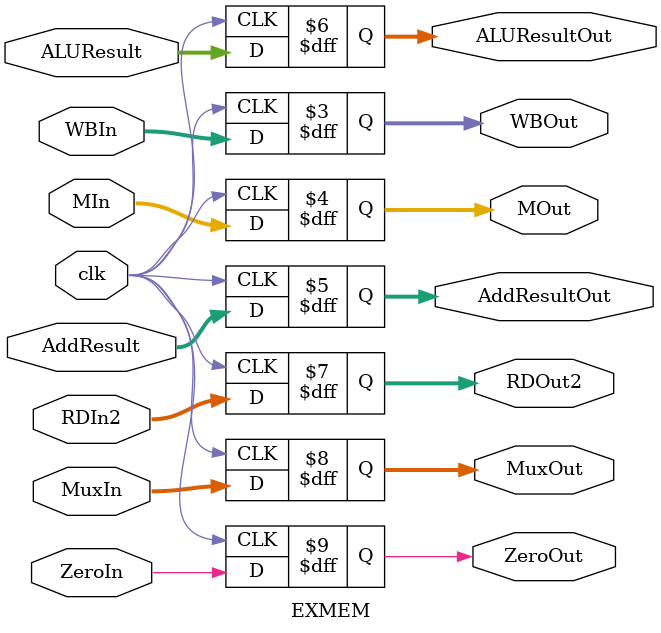
<source format=v>
`timescale 1ns / 1ps
module EXMEM(clk,MIn,WBIn,ALUResult,AddResult,ZeroIn, RDIn2,MuxIn,MOut,WBOut,ALUResultOut,AddResultOut,ZeroOut, RDOut2,MuxOut
    );
input clk;
input  [0:1] WBIn;
input  [0:2] MIn;
input [0:31] AddResult,ALUResult,RDIn2;
input  [0:4] MuxIn;
input ZeroIn;
output reg [0:1] WBOut;
output reg [0:2] MOut;
output reg [0:31] AddResultOut,ALUResultOut,RDOut2;
output reg [0:4] MuxOut;
output reg ZeroOut;

initial begin

WBOut =0;
MOut =0;
AddResultOut =0;
ALUResultOut =0;
RDOut2 =0;
MuxOut =0;
ZeroOut =0;

end

always@(posedge clk)
begin

WBOut <= WBIn;
MOut <= MIn;
AddResultOut <= AddResult;
ALUResultOut <= ALUResult;
RDOut2 <= RDIn2;
MuxOut <= MuxIn;
ZeroOut <= ZeroIn;




end

endmodule

</source>
